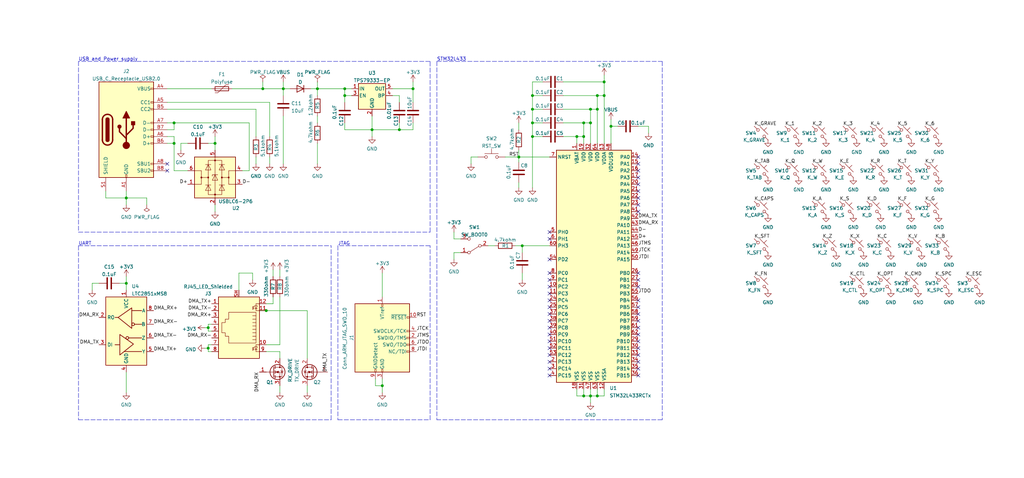
<source format=kicad_sch>
(kicad_sch (version 20211123) (generator eeschema)
  (paper "User" 381 177.8)
  (title_block (title "DWKB left schematic") (date "2021-12-13") (company "Masaki Nakano"))
  (junction (at 222.25 40.64))
  (junction (at 217.17 45.72))
  (junction (at 153.67 33.02))
  (junction (at 224.79 30.48))
  (junction (at 198.12 35.56))
  (junction (at 46.99 73.66))
  (junction (at 217.17 147.32))
  (junction (at 148.59 48.26))
  (junction (at 219.71 45.72))
  (junction (at 97.79 33.02))
  (junction (at 222.25 147.32))
  (junction (at 227.33 46.99))
  (junction (at 77.47 121.92))
  (junction (at 214.63 50.8))
  (junction (at 217.17 50.8))
  (junction (at 219.71 40.64))
  (junction (at 224.79 35.56))
  (junction (at 142.24 143.51))
  (junction (at 198.12 45.72))
  (junction (at 198.12 40.64))
  (junction (at 99.06 115.57))
  (junction (at 138.43 48.26))
  (junction (at 128.27 33.02))
  (junction (at 64.77 45.72))
  (junction (at 64.77 53.34))
  (junction (at 105.41 33.02))
  (junction (at 194.31 91.44))
  (junction (at 118.11 33.02))
  (junction (at 222.25 35.56))
  (junction (at 193.04 58.42))
  (junction (at 77.47 129.54))
  (junction (at 80.01 53.34))
  (junction (at 128.27 35.56))
  (junction (at 198.12 50.8))
  (junction (at 219.71 147.32))
  (junction (at 46.99 105.41))
  (no_connect (at 237.49 134.62))
  (no_connect (at 204.47 109.22))
  (no_connect (at 237.49 104.14))
  (no_connect (at 237.49 60.96))
  (no_connect (at 204.47 106.68))
  (no_connect (at 204.47 96.52))
  (no_connect (at 237.49 121.92))
  (no_connect (at 204.47 139.7))
  (no_connect (at 204.47 137.16))
  (no_connect (at 204.47 134.62))
  (no_connect (at 204.47 132.08))
  (no_connect (at 204.47 121.92))
  (no_connect (at 204.47 129.54))
  (no_connect (at 204.47 124.46))
  (no_connect (at 204.47 119.38))
  (no_connect (at 204.47 127))
  (no_connect (at 237.49 66.04))
  (no_connect (at 237.49 114.3))
  (no_connect (at 204.47 101.6))
  (no_connect (at 237.49 58.42))
  (no_connect (at 204.47 86.36))
  (no_connect (at 237.49 129.54))
  (no_connect (at 204.47 88.9))
  (no_connect (at 237.49 116.84))
  (no_connect (at 204.47 104.14))
  (no_connect (at 237.49 106.68))
  (no_connect (at 62.23 63.5))
  (no_connect (at 237.49 119.38))
  (no_connect (at 237.49 63.5))
  (no_connect (at 204.47 114.3))
  (no_connect (at 237.49 139.7))
  (no_connect (at 237.49 127))
  (no_connect (at 204.47 116.84))
  (no_connect (at 204.47 111.76))
  (no_connect (at 237.49 78.74))
  (no_connect (at 237.49 76.2))
  (no_connect (at 237.49 124.46))
  (no_connect (at 237.49 68.58))
  (no_connect (at 62.23 60.96))
  (no_connect (at 237.49 137.16))
  (no_connect (at 237.49 73.66))
  (no_connect (at 237.49 132.08))
  (no_connect (at 237.49 71.12))
  (no_connect (at 237.49 111.76))
  (no_connect (at 237.49 101.6))
  (polyline (pts (xy 29.21 156.21) (xy 123.19 156.21)))
  (wire (pts (xy 148.59 35.56) (xy 146.05 35.56)))
  (wire (pts (xy 153.67 38.1) (xy 153.67 33.02)))
  (wire (pts (xy 77.47 130.81) (xy 78.74 130.81)))
  (wire (pts (xy 175.26 58.42) (xy 177.8 58.42)))
  (wire (pts (xy 118.11 43.18) (xy 118.11 45.72)))
  (polyline (pts (xy 160.02 22.86) (xy 29.21 22.86)))
  (wire (pts (xy 77.47 120.65) (xy 78.74 120.65)))
  (wire (pts (xy 138.43 43.18) (xy 138.43 48.26)))
  (wire (pts (xy 193.04 58.42) (xy 193.04 60.325)))
  (wire (pts (xy 219.71 147.32) (xy 217.17 147.32)))
  (wire (pts (xy 46.99 73.66) (xy 46.99 76.2)))
  (polyline (pts (xy 160.02 91.44) (xy 125.73 91.44)))
  (wire (pts (xy 175.26 60.96) (xy 175.26 58.42)))
  (wire (pts (xy 97.79 30.48) (xy 97.79 33.02)))
  (wire (pts (xy 222.25 35.56) (xy 222.25 40.64)))
  (wire (pts (xy 201.93 40.64) (xy 198.12 40.64)))
  (wire (pts (xy 118.11 30.48) (xy 118.11 33.02)))
  (wire (pts (xy 77.47 129.54) (xy 77.47 128.27)))
  (wire (pts (xy 198.12 50.8) (xy 198.12 69.85)))
  (polyline (pts (xy 123.19 156.21) (xy 123.19 91.44)))
  (wire (pts (xy 44.45 105.41) (xy 46.99 105.41)))
  (wire (pts (xy 187.96 58.42) (xy 193.04 58.42)))
  (wire (pts (xy 100.33 38.1) (xy 62.23 38.1)))
  (wire (pts (xy 224.79 53.34) (xy 224.79 35.56)))
  (wire (pts (xy 139.7 143.51) (xy 142.24 143.51)))
  (wire (pts (xy 128.27 35.56) (xy 130.81 35.56)))
  (wire (pts (xy 64.77 45.72) (xy 64.77 48.26)))
  (wire (pts (xy 76.2 121.92) (xy 77.47 121.92)))
  (wire (pts (xy 67.31 55.88) (xy 67.31 53.34)))
  (wire (pts (xy 100.33 50.8) (xy 100.33 38.1)))
  (wire (pts (xy 138.43 48.26) (xy 128.27 48.26)))
  (wire (pts (xy 34.29 107.95) (xy 34.29 105.41)))
  (wire (pts (xy 99.06 115.57) (xy 96.52 115.57)))
  (wire (pts (xy 201.93 50.8) (xy 198.12 50.8)))
  (wire (pts (xy 76.2 129.54) (xy 77.47 129.54)))
  (wire (pts (xy 198.12 35.56) (xy 198.12 40.64)))
  (wire (pts (xy 118.11 35.56) (xy 118.11 33.02)))
  (wire (pts (xy 99.06 128.27) (xy 104.14 128.27)))
  (wire (pts (xy 168.91 88.9) (xy 171.45 88.9)))
  (wire (pts (xy 214.63 50.8) (xy 209.55 50.8)))
  (wire (pts (xy 62.23 33.02) (xy 78.74 33.02)))
  (polyline (pts (xy 160.02 156.21) (xy 160.02 91.44)))
  (wire (pts (xy 95.25 58.42) (xy 95.25 60.96)))
  (wire (pts (xy 54.61 76.2) (xy 54.61 73.66)))
  (wire (pts (xy 100.33 58.42) (xy 100.33 60.96)))
  (polyline (pts (xy 246.38 22.86) (xy 246.38 156.21)))
  (wire (pts (xy 153.67 48.26) (xy 153.67 45.72)))
  (wire (pts (xy 222.25 144.78) (xy 222.25 147.32)))
  (wire (pts (xy 77.47 53.34) (xy 80.01 53.34)))
  (wire (pts (xy 217.17 50.8) (xy 217.17 53.34)))
  (wire (pts (xy 148.59 48.26) (xy 153.67 48.26)))
  (wire (pts (xy 142.24 140.97) (xy 142.24 143.51)))
  (wire (pts (xy 115.57 33.02) (xy 118.11 33.02)))
  (wire (pts (xy 214.63 147.32) (xy 217.17 147.32)))
  (wire (pts (xy 105.41 30.48) (xy 105.41 33.02)))
  (wire (pts (xy 92.71 45.72) (xy 92.71 63.5)))
  (wire (pts (xy 201.93 35.56) (xy 198.12 35.56)))
  (wire (pts (xy 148.59 45.72) (xy 148.59 48.26)))
  (wire (pts (xy 86.36 33.02) (xy 97.79 33.02)))
  (wire (pts (xy 118.11 53.34) (xy 118.11 60.96)))
  (wire (pts (xy 54.61 73.66) (xy 46.99 73.66)))
  (wire (pts (xy 46.99 73.66) (xy 39.37 73.66)))
  (wire (pts (xy 168.91 86.36) (xy 168.91 88.9)))
  (wire (pts (xy 93.98 101.6) (xy 88.9 101.6)))
  (wire (pts (xy 224.79 147.32) (xy 224.79 144.78)))
  (wire (pts (xy 171.45 93.98) (xy 168.91 93.98)))
  (wire (pts (xy 77.47 123.19) (xy 78.74 123.19)))
  (wire (pts (xy 99.06 130.81) (xy 104.14 130.81)))
  (wire (pts (xy 222.25 147.32) (xy 224.79 147.32)))
  (wire (pts (xy 217.17 50.8) (xy 214.63 50.8)))
  (wire (pts (xy 64.77 53.34) (xy 64.77 63.5)))
  (wire (pts (xy 101.6 113.03) (xy 99.06 113.03)))
  (wire (pts (xy 194.31 101.6) (xy 194.31 104.14)))
  (wire (pts (xy 241.3 49.53) (xy 241.3 46.99)))
  (wire (pts (xy 62.23 45.72) (xy 64.77 45.72)))
  (wire (pts (xy 198.12 45.72) (xy 198.12 50.8)))
  (wire (pts (xy 219.71 53.34) (xy 219.71 45.72)))
  (wire (pts (xy 67.31 53.34) (xy 69.85 53.34)))
  (wire (pts (xy 227.33 53.34) (xy 227.33 46.99)))
  (wire (pts (xy 224.79 30.48) (xy 209.55 30.48)))
  (wire (pts (xy 209.55 45.72) (xy 217.17 45.72)))
  (wire (pts (xy 219.71 40.64) (xy 209.55 40.64)))
  (wire (pts (xy 101.6 100.33) (xy 101.6 102.87)))
  (wire (pts (xy 46.99 102.87) (xy 46.99 105.41)))
  (wire (pts (xy 128.27 38.1) (xy 128.27 35.56)))
  (wire (pts (xy 130.81 33.02) (xy 128.27 33.02)))
  (wire (pts (xy 209.55 35.56) (xy 222.25 35.56)))
  (wire (pts (xy 77.47 121.92) (xy 77.47 120.65)))
  (wire (pts (xy 64.77 50.8) (xy 62.23 50.8)))
  (wire (pts (xy 77.47 121.92) (xy 77.47 123.19)))
  (wire (pts (xy 224.79 35.56) (xy 224.79 30.48)))
  (wire (pts (xy 198.12 40.64) (xy 198.12 45.72)))
  (polyline (pts (xy 162.56 22.86) (xy 246.38 22.86)))
  (wire (pts (xy 219.71 45.72) (xy 217.17 45.72)))
  (wire (pts (xy 114.3 143.51) (xy 114.3 146.05)))
  (wire (pts (xy 214.63 50.8) (xy 214.63 53.34)))
  (wire (pts (xy 139.7 140.97) (xy 139.7 143.51)))
  (wire (pts (xy 62.23 48.26) (xy 64.77 48.26)))
  (wire (pts (xy 193.04 67.945) (xy 193.04 69.85)))
  (wire (pts (xy 198.12 30.48) (xy 198.12 35.56)))
  (wire (pts (xy 227.33 46.99) (xy 229.87 46.99)))
  (wire (pts (xy 114.3 115.57) (xy 99.06 115.57)))
  (wire (pts (xy 46.99 105.41) (xy 46.99 107.95)))
  (wire (pts (xy 193.04 55.88) (xy 193.04 58.42)))
  (wire (pts (xy 105.41 43.18) (xy 105.41 60.96)))
  (wire (pts (xy 39.37 73.66) (xy 39.37 71.12)))
  (wire (pts (xy 222.25 40.64) (xy 219.71 40.64)))
  (wire (pts (xy 80.01 53.34) (xy 80.01 50.8)))
  (wire (pts (xy 153.67 33.02) (xy 146.05 33.02)))
  (wire (pts (xy 219.71 147.32) (xy 219.71 149.86)))
  (wire (pts (xy 219.71 45.72) (xy 219.71 40.64)))
  (wire (pts (xy 194.31 91.44) (xy 204.47 91.44)))
  (polyline (pts (xy 29.21 86.36) (xy 160.02 86.36)))
  (wire (pts (xy 142.24 143.51) (xy 142.24 146.05)))
  (wire (pts (xy 217.17 45.72) (xy 217.17 50.8)))
  (wire (pts (xy 64.77 50.8) (xy 64.77 53.34)))
  (wire (pts (xy 64.77 45.72) (xy 92.71 45.72)))
  (polyline (pts (xy 246.38 156.21) (xy 162.56 156.21)))
  (wire (pts (xy 168.91 93.98) (xy 168.91 96.52)))
  (wire (pts (xy 128.27 33.02) (xy 128.27 35.56)))
  (wire (pts (xy 214.63 144.78) (xy 214.63 147.32)))
  (wire (pts (xy 193.04 45.72) (xy 193.04 48.26)))
  (wire (pts (xy 77.47 128.27) (xy 78.74 128.27)))
  (wire (pts (xy 224.79 35.56) (xy 222.25 35.56)))
  (wire (pts (xy 128.27 48.26) (xy 128.27 45.72)))
  (polyline (pts (xy 29.21 91.44) (xy 123.19 91.44)))
  (wire (pts (xy 46.99 138.43) (xy 46.99 146.05)))
  (wire (pts (xy 105.41 33.02) (xy 105.41 35.56)))
  (wire (pts (xy 138.43 50.8) (xy 138.43 48.26)))
  (wire (pts (xy 62.23 40.64) (xy 95.25 40.64)))
  (wire (pts (xy 219.71 144.78) (xy 219.71 147.32)))
  (wire (pts (xy 148.59 38.1) (xy 148.59 35.56)))
  (wire (pts (xy 153.67 30.48) (xy 153.67 33.02)))
  (wire (pts (xy 88.9 101.6) (xy 88.9 107.95)))
  (polyline (pts (xy 125.73 91.44) (xy 125.73 156.21)))
  (wire (pts (xy 227.33 44.45) (xy 227.33 46.99)))
  (wire (pts (xy 222.25 40.64) (xy 222.25 53.34)))
  (wire (pts (xy 104.14 110.49) (xy 104.14 128.27)))
  (wire (pts (xy 46.99 71.12) (xy 46.99 73.66)))
  (wire (pts (xy 201.93 30.48) (xy 198.12 30.48)))
  (wire (pts (xy 105.41 33.02) (xy 107.95 33.02)))
  (wire (pts (xy 201.93 45.72) (xy 198.12 45.72)))
  (wire (pts (xy 193.04 58.42) (xy 204.47 58.42)))
  (wire (pts (xy 104.14 133.35) (xy 104.14 130.81)))
  (wire (pts (xy 217.17 147.32) (xy 217.17 144.78)))
  (polyline (pts (xy 160.02 86.36) (xy 160.02 22.86)))
  (wire (pts (xy 142.24 101.6) (xy 142.24 110.49)))
  (wire (pts (xy 80.01 53.34) (xy 80.01 55.88)))
  (wire (pts (xy 97.79 33.02) (xy 105.41 33.02)))
  (wire (pts (xy 104.14 100.33) (xy 104.14 102.87)))
  (wire (pts (xy 114.3 133.35) (xy 114.3 115.57)))
  (wire (pts (xy 191.77 91.44) (xy 194.31 91.44)))
  (polyline (pts (xy 29.21 29.21) (xy 29.21 86.36)))
  (wire (pts (xy 95.25 40.64) (xy 95.25 50.8)))
  (wire (pts (xy 77.47 129.54) (xy 77.47 130.81)))
  (wire (pts (xy 93.98 104.14) (xy 93.98 101.6)))
  (wire (pts (xy 241.3 46.99) (xy 237.49 46.99)))
  (wire (pts (xy 104.14 143.51) (xy 104.14 146.05)))
  (wire (pts (xy 138.43 48.26) (xy 148.59 48.26)))
  (polyline (pts (xy 29.21 91.44) (xy 29.21 156.21)))
  (polyline (pts (xy 125.73 156.21) (xy 160.02 156.21)))
  (wire (pts (xy 62.23 53.34) (xy 64.77 53.34)))
  (wire (pts (xy 194.31 91.44) (xy 194.31 93.98)))
  (wire (pts (xy 80.01 76.2) (xy 80.01 78.74)))
  (polyline (pts (xy 162.56 22.86) (xy 162.56 156.21)))
  (wire (pts (xy 181.61 91.44) (xy 184.15 91.44)))
  (wire (pts (xy 222.25 147.32) (xy 219.71 147.32)))
  (wire (pts (xy 101.6 110.49) (xy 101.6 113.03)))
  (wire (pts (xy 92.71 63.5) (xy 90.17 63.5)))
  (polyline (pts (xy 29.21 22.86) (xy 29.21 29.21)))
  (wire (pts (xy 224.79 27.94) (xy 224.79 30.48)))
  (wire (pts (xy 34.29 105.41) (xy 36.83 105.41)))
  (wire (pts (xy 118.11 33.02) (xy 128.27 33.02)))
  (wire (pts (xy 69.85 63.5) (xy 64.77 63.5)))
  (text "STM32L433" (at 162.56 22.86 0) (effects (font (size 1.27 1.27)) (justify left bottom)))
  (text "USB and Power supply" (at 29.21 22.86 0) (effects (font (size 1.27 1.27)) (justify left bottom)))
  (text "UART" (at 29.21 91.44 0) (effects (font (size 1.27 1.27)) (justify left bottom)))
  (text "JTAG" (at 125.73 91.44 0) (effects (font (size 1.27 1.27)) (justify left bottom)))
  (label "JTCK" (at 154.94 123.19 0))
  (label "DMA_TX" (at 121.92 138.43 90))
  (label "DMA_TX" (at 36.83 128.27 180))
  (label "K_E" (at 312.42 60.96 0))
  (label "K_C" (at 326.39 88.9 0))
  (label "K_F" (at 334.01 74.93 0))
  (label "DMA_RX" (at 237.49 83.82 0))
  (label "K_T" (at 334.01 60.96 0))
  (label "JTMS" (at 237.49 91.44 0))
  (label "RST" (at 154.94 118.11 0))
  (label "JTCK" (at 237.49 93.98 0))
  (label "K_TAB" (at 280.67 60.96 0))
  (label "K_X" (at 316.23 88.9 0))
  (label "D+" (at 69.85 68.58 180))
  (label "DMA_TX-" (at 78.74 115.57 180))
  (label "K_FN" (at 280.67 102.87 0))
  (label "K_SPC" (at 347.98 102.87 0))
  (label "K_ESC" (at 359.41 102.87 0))
  (label "DMA_RX-" (at 57.15 120.65 0))
  (label "D-" (at 237.49 86.36 0))
  (label "K_6" (at 344.17 46.99 0))
  (label "K_SFT" (at 280.67 88.9 0))
  (label "K_2" (at 302.26 46.99 0))
  (label "D+" (at 237.49 88.9 0))
  (label "DMA_RX+" (at 57.15 115.57 0))
  (label "K_4" (at 323.85 46.99 0))
  (label "K_A" (at 302.26 74.93 0))
  (label "K_Y" (at 344.17 60.96 0))
  (label "K_Z" (at 306.07 88.9 0))
  (label "K_1" (at 292.1 46.99 0))
  (label "D-" (at 90.17 68.58 0))
  (label "K_CMD" (at 336.55 102.87 0))
  (label "JTMS" (at 154.94 125.73 0))
  (label "RST" (at 193.04 58.42 180))
  (label "K_3" (at 313.69 46.99 0))
  (label "K_D" (at 322.58 74.93 0))
  (label "DMA_TX+" (at 57.15 130.81 0))
  (label "JTDI" (at 237.49 96.52 0))
  (label "K_S" (at 312.42 74.93 0))
  (label "DMA_TX" (at 237.49 81.28 0))
  (label "K_CAPS" (at 280.67 74.93 0))
  (label "K_V" (at 337.82 88.9 0))
  (label "JTDO" (at 237.49 109.22 0))
  (label "DMA_RX-" (at 78.74 125.73 180))
  (label "JTDI" (at 154.94 130.81 0))
  (label "DMA_RX" (at 96.52 138.43 270))
  (label "K_5" (at 334.01 46.99 0))
  (label "K_B" (at 347.98 88.9 0))
  (label "K_OPT" (at 326.39 102.87 0))
  (label "K_R" (at 323.85 60.96 0))
  (label "K_G" (at 344.17 74.93 0))
  (label "K_CTL" (at 316.23 102.87 0))
  (label "JTDO" (at 154.94 128.27 0))
  (label "K_Q" (at 292.1 60.96 0))
  (label "K_GRAVE" (at 280.67 46.99 0))
  (label "DMA_TX-" (at 57.15 125.73 0))
  (label "K_W" (at 302.26 60.96 0))
  (label "DMA_TX+" (at 78.74 113.03 180))
  (label "DMA_RX+" (at 78.74 118.11 180))
  (label "DMA_RX" (at 36.83 118.11 180))
  (symbol (lib_id "Device:R") (at 95.25 54.61 0) (unit 1)
    (property "Reference" "R3" (at 95.25 56.134 90) (effects (justify left)))
    (property "Value" "5.1kohm" (at 97.79 58.42 90) (effects (justify left)))
    (property "Footprint" "Resistor_SMD:R_0603_1608Metric_Pad0.98x0.95mm_HandSolder" (effects hide))
  )
  (symbol (lib_id "power:GND") (at 318.77 52.07 0) (unit 1)
    (property "Reference" "#PWR0131" (effects hide))
    (property "Value" "GND" (at 318.77 56.6325 0))
  )
  (symbol (lib_id "Device:Q_NMOS_GDS") (at 116.84 138.43 0) (mirror y) (unit 1)
    (property "Reference" "Q2" (at 119.38 142.24 0) (effects (justify left)))
    (property "Value" "TX_DRIVE" (at 110.49 142.24 90) (effects (justify left)))
    (property "Footprint" "Package_TO_SOT_SMD:SOT-23" (effects hide))
  )
  (symbol (lib_id "Switch:SW_SPDT") (at 176.53 91.44 180) (unit 1)
    (property "Reference" "SW1" (at 176.53 84.5525 0))
    (property "Value" "SW_BOOT0" (at 176.53 87.3276 0))
    (property "Footprint" "Button_Switch_SMD:SW_SPDT_PCM12" (effects hide))
  )
  (symbol (lib_id "power:GND") (at 285.75 66.04 0) (unit 1)
    (property "Reference" "#PWR0122" (effects hide))
    (property "Value" "GND" (at 285.75 70.6025 0))
  )
  (symbol (lib_id "Regulator_Linear:TPS79333-EP") (at 138.43 35.56 0) (unit 1)
    (property "Reference" "U3" (at 138.43 27.1485 0))
    (property "Value" "TPS79333-EP" (at 138.43 29.9236 0))
    (property "Footprint" "Package_TO_SOT_SMD:SOT-23-5" (effects hide))
    (property "Datasheet" "http://www.ti.com/lit/ds/symlink/tps79333-ep.pdf" (effects hide))
  )
  (symbol (lib_id "power:+3V3") (at 153.67 30.48 0) (unit 1)
    (property "Reference" "#PWR0109" (effects hide))
    (property "Value" "+3V3" (at 153.67 26.8755 0))
  )
  (symbol (lib_id "Device:R") (at 101.6 106.68 0) (unit 1)
    (property "Reference" "R7" (at 101.6 107.95 90) (effects (justify left)))
    (property "Value" "330ohm" (at 99.06 110.49 90) (effects (justify left)))
    (property "Footprint" "Resistor_SMD:R_0603_1608Metric_Pad0.98x0.95mm_HandSolder" (effects hide))
  )
  (symbol (lib_id "power:GND") (at 193.04 69.85 0) (unit 1)
    (property "Reference" "#PWR06" (effects hide))
    (property "Value" "GND" (at 193.04 74.4125 0))
  )
  (symbol (lib_id "Device:C") (at 105.41 39.37 0) (unit 1)
    (property "Reference" "C11" (at 108.331 38.4615 0) (effects (justify left)))
    (property "Value" "10uF" (at 108.331 41.2366 0) (effects (justify left)))
    (property "Footprint" "Capacitor_SMD:C_0603_1608Metric_Pad1.08x0.95mm_HandSolder" (effects hide))
  )
  (symbol (lib_id "power:GND") (at 349.25 80.01 0) (unit 1)
    (property "Reference" "#PWR0137" (effects hide))
    (property "Value" "GND" (at 349.25 84.5725 0))
  )
  (symbol (lib_id "Device:C") (at 193.04 64.135 0) (unit 1)
    (property "Reference" "C8" (at 193.675 61.595 0) (effects (justify left)))
    (property "Value" "0.1uF" (at 189.23 66.675 90) (effects (justify left)))
    (property "Footprint" "Capacitor_SMD:C_0603_1608Metric_Pad1.08x0.95mm_HandSolder" (effects hide))
  )
  (symbol (lib_id "MCU_ST_STM32L4:STM32L433RCTx") (at 222.25 99.06 0) (unit 1)
    (property "Reference" "U1" (at 226.8094 144.3895 0) (effects (justify left)))
    (property "Value" "STM32L433RCTx" (at 226.8094 147.1646 0) (effects (justify left)))
    (property "Footprint" "Package_QFP:LQFP-64_10x10mm_P0.5mm" (effects hide))
    (property "Datasheet" "http://www.st.com/st-web-ui/static/active/en/resource/technical/document/datasheet/DM00257192.pdf" (effects hide))
  )
  (symbol (lib_id "Device:C") (at 73.66 53.34 90) (unit 1)
    (property "Reference" "C10" (at 73.66 47.2145 90))
    (property "Value" "0.1uF" (at 73.66 49.9896 90))
    (property "Footprint" "Capacitor_SMD:C_0603_1608Metric_Pad1.08x0.95mm_HandSolder" (effects hide))
  )
  (symbol (lib_id "Switch:SW_Push_45deg") (at 325.12 77.47 0) (unit 1)
    (property "Reference" "SW20" (at 321.31 77.47 0))
    (property "Value" "K_D" (at 322.58 80.01 0))
    (property "Footprint" "dwkb:Kailh_Choc_V2_1.00u_PCB" (effects hide))
  )
  (symbol (lib_id "power:GND") (at 364.49 107.95 0) (unit 1)
    (property "Reference" "#PWR0126" (effects hide))
    (property "Value" "GND" (at 364.49 112.5125 0))
  )
  (symbol (lib_id "power:PWR_FLAG") (at 97.79 30.48 0) (unit 1)
    (property "Reference" "#FLG0101" (effects hide))
    (property "Value" "PWR_FLAG" (at 97.79 26.8755 0))
  )
  (symbol (lib_id "Switch:SW_Push_45deg") (at 328.93 105.41 0) (unit 1)
    (property "Reference" "SW24" (at 325.12 105.41 0))
    (property "Value" "K_OPT" (at 326.39 107.95 0))
    (property "Footprint" "dwkb:Kailh_Choc_V2_1.25u_PCB" (effects hide))
  )
  (symbol (lib_id "power:GND") (at 311.15 93.98 0) (unit 1)
    (property "Reference" "#PWR0144" (effects hide))
    (property "Value" "GND" (at 311.15 98.5425 0))
  )
  (symbol (lib_id "Device:C") (at 233.68 46.99 90) (unit 1)
    (property "Reference" "C6" (at 231.14 45.72 90))
    (property "Value" "0.1uF" (at 237.49 45.72 90))
    (property "Footprint" "Capacitor_SMD:C_0603_1608Metric_Pad1.08x0.95mm_HandSolder" (effects hide))
  )
  (symbol (lib_id "Device:R") (at 104.14 106.68 0) (unit 1)
    (property "Reference" "R8" (at 104.14 107.95 90) (effects (justify left)))
    (property "Value" "330ohm" (at 106.68 110.49 90) (effects (justify left)))
    (property "Footprint" "Resistor_SMD:R_0603_1608Metric_Pad0.98x0.95mm_HandSolder" (effects hide))
  )
  (symbol (lib_id "power:GND") (at 138.43 50.8 0) (unit 1)
    (property "Reference" "#PWR0108" (effects hide))
    (property "Value" "GND" (at 138.43 55.3625 0))
  )
  (symbol (lib_id "power:GND") (at 341.63 107.95 0) (unit 1)
    (property "Reference" "#PWR0134" (effects hide))
    (property "Value" "GND" (at 341.63 112.5125 0))
  )
  (symbol (lib_id "Switch:SW_Push_45deg") (at 350.52 91.44 0) (unit 1)
    (property "Reference" "SW33" (at 346.71 91.44 0))
    (property "Value" "K_B" (at 347.98 93.98 0))
    (property "Footprint" "dwkb:Kailh_Choc_V2_1.00u_PCB" (effects hide))
  )
  (symbol (lib_id "Switch:SW_Push_45deg") (at 336.55 49.53 0) (unit 1)
    (property "Reference" "SW25" (at 332.74 49.53 0))
    (property "Value" "K_5" (at 334.01 52.07 0))
    (property "Footprint" "dwkb:Kailh_Choc_V2_1.00u_PCB" (effects hide))
  )
  (symbol (lib_id "power:GND") (at 331.47 107.95 0) (unit 1)
    (property "Reference" "#PWR0149" (effects hide))
    (property "Value" "GND" (at 331.47 112.5125 0))
  )
  (symbol (lib_id "power:GND") (at 328.93 66.04 0) (unit 1)
    (property "Reference" "#PWR0129" (effects hide))
    (property "Value" "GND" (at 328.93 70.6025 0))
  )
  (symbol (lib_id "power:GND") (at 327.66 80.01 0) (unit 1)
    (property "Reference" "#PWR0147" (effects hide))
    (property "Value" "GND" (at 327.66 84.5725 0))
  )
  (symbol (lib_id "power:+3V3") (at 224.79 27.94 0) (mirror y) (unit 1)
    (property "Reference" "#PWR0103" (effects hide))
    (property "Value" "+3V3" (at 224.79 24.3355 0))
  )
  (symbol (lib_id "power:GND") (at 67.31 55.88 0) (unit 1)
    (property "Reference" "#PWR0111" (effects hide))
    (property "Value" "GND" (at 67.31 60.4425 0))
  )
  (symbol (lib_id "Device:C") (at 153.67 41.91 0) (unit 1)
    (property "Reference" "C14" (at 152.4 46.99 90) (effects (justify left)))
    (property "Value" "10uF" (at 152.4 40.64 90) (effects (justify left)))
    (property "Footprint" "Capacitor_SMD:C_1206_3216Metric_Pad1.33x1.80mm_HandSolder" (effects hide))
  )
  (symbol (lib_id "Switch:SW_Push_45deg") (at 308.61 91.44 0) (unit 1)
    (property "Reference" "SW14" (at 304.8 91.44 0))
    (property "Value" "K_Z" (at 306.07 93.98 0))
    (property "Footprint" "dwkb:Kailh_Choc_V2_1.00u_PCB" (effects hide))
  )
  (symbol (lib_id "Power_Protection:USBLC6-2P6") (at 80.01 66.04 0) (unit 1)
    (property "Reference" "U2" (at 86.36 77.47 0) (effects (justify left)))
    (property "Value" "USBLC6-2P6" (at 81.28 74.93 0) (effects (justify left)))
    (property "Footprint" "Package_TO_SOT_SMD:SOT-666" (effects hide))
    (property "Datasheet" "https://www.st.com/resource/en/datasheet/usblc6-2.pdf" (effects hide))
  )
  (symbol (lib_id "power:GND") (at 80.01 78.74 0) (unit 1)
    (property "Reference" "#PWR0112" (effects hide))
    (property "Value" "GND" (at 80.01 83.3025 0))
  )
  (symbol (lib_id "power:GND") (at 175.26 60.96 0) (unit 1)
    (property "Reference" "#PWR03" (effects hide))
    (property "Value" "GND" (at 175.26 65.5225 0))
  )
  (symbol (lib_id "power:+3V3") (at 193.04 45.72 0) (unit 1)
    (property "Reference" "#PWR05" (effects hide))
    (property "Value" "+3V3" (at 193.04 42.1155 0))
  )
  (symbol (lib_id "Device:R") (at 118.11 49.53 0) (unit 1)
    (property "Reference" "R6" (at 118.11 50.8 90) (effects (justify left)))
    (property "Value" "4.7kohm" (at 115.57 53.34 90) (effects (justify left)))
    (property "Footprint" "Resistor_SMD:R_0603_1608Metric_Pad0.98x0.95mm_HandSolder" (effects hide))
  )
  (symbol (lib_id "power:GND") (at 100.33 60.96 0) (unit 1)
    (property "Reference" "#PWR0118" (effects hide))
    (property "Value" "GND" (at 100.33 65.5225 0))
  )
  (symbol (lib_id "power:GND") (at 241.3 49.53 0) (unit 1)
    (property "Reference" "#PWR0101" (effects hide))
    (property "Value" "GND" (at 241.3 54.0925 0))
  )
  (symbol (lib_id "power:GND") (at 46.99 76.2 0) (unit 1)
    (property "Reference" "#PWR0110" (effects hide))
    (property "Value" "GND" (at 46.99 80.7625 0))
  )
  (symbol (lib_id "Switch:SW_Push_45deg") (at 316.23 49.53 0) (unit 1)
    (property "Reference" "SW17" (at 312.42 49.53 0))
    (property "Value" "K_3" (at 313.69 52.07 0))
    (property "Footprint" "dwkb:Kailh_Choc_V2_1.00u_PCB" (effects hide))
  )
  (symbol (lib_id "Device:R") (at 118.11 39.37 0) (unit 1)
    (property "Reference" "R5" (at 118.11 40.64 90) (effects (justify left)))
    (property "Value" "1.2kohm" (at 115.57 43.18 90) (effects (justify left)))
    (property "Footprint" "Resistor_SMD:R_0603_1608Metric_Pad0.98x0.95mm_HandSolder" (effects hide))
  )
  (symbol (lib_id "power:GND") (at 307.34 66.04 0) (unit 1)
    (property "Reference" "#PWR0125" (effects hide))
    (property "Value" "GND" (at 307.34 70.6025 0))
  )
  (symbol (lib_id "power:GND") (at 317.5 80.01 0) (unit 1)
    (property "Reference" "#PWR0148" (effects hide))
    (property "Value" "GND" (at 317.5 84.5725 0))
  )
  (symbol (lib_id "power:GND") (at 339.09 52.07 0) (unit 1)
    (property "Reference" "#PWR0128" (effects hide))
    (property "Value" "GND" (at 339.09 56.6325 0))
  )
  (symbol (lib_id "power:GND") (at 331.47 93.98 0) (unit 1)
    (property "Reference" "#PWR0146" (effects hide))
    (property "Value" "GND" (at 331.47 98.5425 0))
  )
  (symbol (lib_id "Connector:USB_C_Receptacle_USB2.0") (at 46.99 48.26 0) (unit 1)
    (property "Reference" "J2" (at 46.99 26.5135 0))
    (property "Value" "USB_C_Receptacle_USB2.0" (at 46.99 29.2886 0))
    (property "Footprint" "Connector_USB:USB_C_Receptacle_Palconn_UTC16-G" (effects hide))
    (property "Datasheet" "https://www.usb.org/sites/default/files/documents/usb_type-c.zip" (effects hide))
  )
  (symbol (lib_id "power:GND") (at 297.18 52.07 0) (unit 1)
    (property "Reference" "#PWR0121" (effects hide))
    (property "Value" "GND" (at 297.18 56.6325 0))
  )
  (symbol (lib_id "Switch:SW_Push_45deg") (at 283.21 63.5 0) (unit 1)
    (property "Reference" "SW5" (at 279.4 63.5 0))
    (property "Value" "K_TAB" (at 280.67 66.04 0))
    (property "Footprint" "dwkb:Kailh_Choc_V2_1.50u_PCB" (effects hide))
  )
  (symbol (lib_id "power:GND") (at 285.75 80.01 0) (unit 1)
    (property "Reference" "#PWR0142" (effects hide))
    (property "Value" "GND" (at 285.75 84.5725 0))
  )
  (symbol (lib_id "Device:C") (at 194.31 97.79 0) (unit 1)
    (property "Reference" "C7" (at 192.786 96.393 90) (effects (justify left)))
    (property "Value" "0.1uF" (at 190.5 100.33 90) (effects (justify left)))
    (property "Footprint" "Capacitor_SMD:C_0603_1608Metric_Pad1.08x0.95mm_HandSolder" (effects hide))
  )
  (symbol (lib_id "power:+3V3") (at 80.01 50.8 0) (unit 1)
    (property "Reference" "#PWR0116" (effects hide))
    (property "Value" "+3V3" (at 80.01 47.1955 0))
  )
  (symbol (lib_id "power:VBUS") (at 227.33 44.45 0) (unit 1)
    (property "Reference" "#PWR0107" (effects hide))
    (property "Value" "VBUS" (at 227.33 40.8455 0))
  )
  (symbol (lib_id "power:GND") (at 307.34 80.01 0) (unit 1)
    (property "Reference" "#PWR0151" (effects hide))
    (property "Value" "GND" (at 307.34 84.5725 0))
  )
  (symbol (lib_id "power:GND") (at 168.91 96.52 0) (unit 1)
    (property "Reference" "#PWR02" (effects hide))
    (property "Value" "GND" (at 168.91 101.0825 0))
  )
  (symbol (lib_id "Switch:SW_Push_45deg") (at 336.55 63.5 0) (unit 1)
    (property "Reference" "SW26" (at 332.74 63.5 0))
    (property "Value" "K_T" (at 334.01 66.04 0))
    (property "Footprint" "dwkb:Kailh_Choc_V2_1.00u_PCB" (effects hide))
  )
  (symbol (lib_id "Switch:SW_Push_45deg") (at 326.39 63.5 0) (unit 1)
    (property "Reference" "SW22" (at 322.58 63.5 0))
    (property "Value" "K_R" (at 323.85 66.04 0))
    (property "Footprint" "dwkb:Kailh_Choc_V2_1.00u_PCB" (effects hide))
  )
  (symbol (lib_id "power:GND") (at 46.99 146.05 0) (unit 1)
    (property "Reference" "#PWR09" (effects hide))
    (property "Value" "GND" (at 46.99 150.6125 0))
  )
  (symbol (lib_id "power:GND") (at 353.06 93.98 0) (unit 1)
    (property "Reference" "#PWR0140" (effects hide))
    (property "Value" "GND" (at 353.06 98.5425 0))
  )
  (symbol (lib_id "power:VBUS") (at 105.41 30.48 0) (unit 1)
    (property "Reference" "#PWR0115" (effects hide))
    (property "Value" "VBUS" (at 105.41 26.8755 0))
  )
  (symbol (lib_id "power:+3V3") (at 76.2 121.92 90) (unit 1)
    (property "Reference" "#PWR010" (effects hide))
    (property "Value" "+3V3" (at 73.025 122.399 90) (effects (justify left)))
  )
  (symbol (lib_id "power:GND") (at 34.29 107.95 0) (unit 1)
    (property "Reference" "#PWR07" (effects hide))
    (property "Value" "GND" (at 34.29 112.5125 0))
  )
  (symbol (lib_id "Connector:RJ45_LED_Shielded") (at 88.9 120.65 180) (unit 1)
    (property "Reference" "J3" (at 77.47 109.22 0))
    (property "Value" "RJ45_LED_Shielded" (at 77.47 106.68 0))
    (property "Footprint" "Connector_RJ:RJ45_BEL_SS74301-00x_Vertical" (effects hide))
  )
  (symbol (lib_id "power:PWR_FLAG") (at 54.61 76.2 180) (unit 1)
    (property "Reference" "#FLG0102" (effects hide))
    (property "Value" "PWR_FLAG" (at 54.61 80.7625 0))
  )
  (symbol (lib_id "power:GND") (at 353.06 107.95 0) (unit 1)
    (property "Reference" "#PWR0133" (effects hide))
    (property "Value" "GND" (at 353.06 112.5125 0))
  )
  (symbol (lib_id "Switch:SW_Push_45deg") (at 350.52 105.41 0) (unit 1)
    (property "Reference" "SW34" (at 346.71 105.41 0))
    (property "Value" "K_SPC" (at 347.98 107.95 0))
    (property "Footprint" "dwkb:Kailh_Choc_V2_1.50u_PCB" (effects hide))
  )
  (symbol (lib_id "power:GND") (at 95.25 60.96 0) (unit 1)
    (property "Reference" "#PWR0117" (effects hide))
    (property "Value" "GND" (at 95.25 65.5225 0))
  )
  (symbol (lib_id "Device:C") (at 148.59 41.91 0) (unit 1)
    (property "Reference" "C13" (at 147.32 46.99 90) (effects (justify left)))
    (property "Value" "0.01uF" (at 144.78 44.45 90) (effects (justify left)))
    (property "Footprint" "Capacitor_SMD:C_0603_1608Metric_Pad1.08x0.95mm_HandSolder" (effects hide))
  )
  (symbol (lib_id "power:GND") (at 118.11 60.96 0) (unit 1)
    (property "Reference" "#PWR0114" (effects hide))
    (property "Value" "GND" (at 118.11 65.5225 0))
  )
  (symbol (lib_id "power:GND") (at 339.09 66.04 0) (unit 1)
    (property "Reference" "#PWR0136" (effects hide))
    (property "Value" "GND" (at 339.09 70.6025 0))
  )
  (symbol (lib_id "power:GND") (at 285.75 52.07 0) (unit 1)
    (property "Reference" "#PWR0120" (effects hide))
    (property "Value" "GND" (at 285.75 56.6325 0))
  )
  (symbol (lib_id "power:GND") (at 297.18 66.04 0) (unit 1)
    (property "Reference" "#PWR0124" (effects hide))
    (property "Value" "GND" (at 297.18 70.6025 0))
  )
  (symbol (lib_id "Switch:SW_Push_45deg") (at 340.36 91.44 0) (unit 1)
    (property "Reference" "SW29" (at 336.55 91.44 0))
    (property "Value" "K_V" (at 337.82 93.98 0))
    (property "Footprint" "dwkb:Kailh_Choc_V2_1.00u_PCB" (effects hide))
  )
  (symbol (lib_id "Device:C") (at 128.27 41.91 0) (unit 1)
    (property "Reference" "C12" (at 127 46.99 90) (effects (justify left)))
    (property "Value" "0.1uF" (at 124.46 44.45 90) (effects (justify left)))
    (property "Footprint" "Capacitor_SMD:C_0603_1608Metric_Pad1.08x0.95mm_HandSolder" (effects hide))
  )
  (symbol (lib_id "Switch:SW_Push_45deg") (at 361.95 105.41 0) (unit 1)
    (property "Reference" "SW3" (at 358.14 105.41 0))
    (property "Value" "K_ESC" (at 359.41 107.95 0))
    (property "Footprint" "dwkb:Kailh_Choc_V2_1.00u_PCB" (effects hide))
  )
  (symbol (lib_id "Device:C") (at 205.74 30.48 270) (mirror x) (unit 1)
    (property "Reference" "C1" (at 208.28 29.21 90))
    (property "Value" "0.1uF" (at 201.93 29.21 90))
    (property "Footprint" "Capacitor_SMD:C_0603_1608Metric_Pad1.08x0.95mm_HandSolder" (effects hide))
  )
  (symbol (lib_id "Switch:SW_Push_45deg") (at 283.21 91.44 0) (unit 1)
    (property "Reference" "SW7" (at 279.4 91.44 0))
    (property "Value" "K_SFT" (at 280.67 93.98 0))
    (property "Footprint" "dwkb:Kailh_Choc_V2_2.25u_PCB" (effects hide))
  )
  (symbol (lib_id "Switch:SW_Push_45deg") (at 326.39 49.53 0) (unit 1)
    (property "Reference" "SW21" (at 322.58 49.53 0))
    (property "Value" "K_4" (at 323.85 52.07 0))
    (property "Footprint" "dwkb:Kailh_Choc_V2_1.00u_PCB" (effects hide))
  )
  (symbol (lib_id "Switch:SW_Push_45deg") (at 304.8 49.53 0) (unit 1)
    (property "Reference" "SW11" (at 300.99 49.53 0))
    (property "Value" "K_2" (at 302.26 52.07 0))
    (property "Footprint" "dwkb:Kailh_Choc_V2_1.00u_PCB" (effects hide))
  )
  (symbol (lib_id "Device:R") (at 100.33 54.61 0) (unit 1)
    (property "Reference" "R4" (at 100.33 56.134 90) (effects (justify left)))
    (property "Value" "5.1kohm" (at 102.87 58.42 90) (effects (justify left)))
    (property "Footprint" "Resistor_SMD:R_0603_1608Metric_Pad0.98x0.95mm_HandSolder" (effects hide))
  )
  (symbol (lib_id "power:GND") (at 142.24 146.05 0) (unit 1)
    (property "Reference" "#PWR0106" (effects hide))
    (property "Value" "GND" (at 142.24 150.6125 0))
  )
  (symbol (lib_id "Switch:SW_Push_45deg") (at 346.71 49.53 0) (unit 1)
    (property "Reference" "SW30" (at 342.9 49.53 0))
    (property "Value" "K_6" (at 344.17 52.07 0))
    (property "Footprint" "dwkb:Kailh_Choc_V2_1.00u_PCB" (effects hide))
  )
  (symbol (lib_id "Switch:SW_Push_45deg") (at 283.21 105.41 0) (unit 1)
    (property "Reference" "SW8" (at 279.4 105.41 0))
    (property "Value" "K_FN" (at 280.67 107.95 0))
    (property "Footprint" "dwkb:Kailh_Choc_V2_1.00u_PCB" (effects hide))
  )
  (symbol (lib_id "power:GND") (at 307.34 52.07 0) (unit 1)
    (property "Reference" "#PWR0123" (effects hide))
    (property "Value" "GND" (at 307.34 56.6325 0))
  )
  (symbol (lib_id "power:GND") (at 219.71 149.86 0) (unit 1)
    (property "Reference" "#PWR0102" (effects hide))
    (property "Value" "GND" (at 219.71 154.4225 0))
  )
  (symbol (lib_id "power:GND") (at 285.75 107.95 0) (unit 1)
    (property "Reference" "#PWR0141" (effects hide))
    (property "Value" "GND" (at 285.75 112.5125 0))
  )
  (symbol (lib_id "Connector:Conn_ARM_JTAG_SWD_10") (at 142.24 125.73 0) (unit 1)
    (property "Reference" "J1" (at 130.81 124.46 90) (effects (justify right)))
    (property "Value" "Conn_ARM_JTAG_SWD_10" (at 128.27 114.3 90) (effects (justify right)))
    (property "Footprint" "Connector_PinHeader_1.27mm:PinHeader_2x05_P1.27mm_Vertical" (effects hide))
    (property "Datasheet" "http://infocenter.arm.com/help/topic/com.arm.doc.ddi0314h/DDI0314H_coresight_components_trm.pdf" (effects hide))
  )
  (symbol (lib_id "Switch:SW_Push_45deg") (at 318.77 91.44 0) (unit 1)
    (property "Reference" "SW18" (at 314.96 91.44 0))
    (property "Value" "K_X" (at 316.23 93.98 0))
    (property "Footprint" "dwkb:Kailh_Choc_V2_1.00u_PCB" (effects hide))
  )
  (symbol (lib_id "power:GND") (at 349.25 52.07 0) (unit 1)
    (property "Reference" "#PWR0127" (effects hide))
    (property "Value" "GND" (at 349.25 56.6325 0))
  )
  (symbol (lib_id "power:GND") (at 93.98 104.14 0) (unit 1)
    (property "Reference" "#PWR012" (effects hide))
    (property "Value" "GND" (at 93.98 108.7025 0))
  )
  (symbol (lib_id "Device:Polyfuse") (at 82.55 33.02 90) (unit 1)
    (property "Reference" "F1" (at 82.55 27.6565 90))
    (property "Value" "Polyfuse" (at 82.55 30.4316 90))
    (property "Footprint" "Fuse:Fuse_0805_2012Metric_Pad1.15x1.40mm_HandSolder" (effects hide))
  )
  (symbol (lib_id "power:GND") (at 198.12 69.85 0) (unit 1)
    (property "Reference" "#PWR0113" (effects hide))
    (property "Value" "GND" (at 198.12 74.4125 0))
  )
  (symbol (lib_id "Switch:SW_Push_45deg") (at 294.64 49.53 0) (unit 1)
    (property "Reference" "SW9" (at 290.83 49.53 0))
    (property "Value" "K_1" (at 292.1 52.07 0))
    (property "Footprint" "dwkb:Kailh_Choc_V2_1.00u_PCB" (effects hide))
  )
  (symbol (lib_id "Switch:SW_Push") (at 182.88 58.42 0) (unit 1)
    (property "Reference" "SW2" (at 182.88 51.5325 0))
    (property "Value" "RST_SW" (at 182.88 54.3076 0))
    (property "Footprint" "Button_Switch_SMD:SW_SPST_PTS810" (effects hide))
  )
  (symbol (lib_id "power:GND") (at 194.31 104.14 0) (unit 1)
    (property "Reference" "#PWR04" (effects hide))
    (property "Value" "GND" (at 194.31 108.7025 0))
  )
  (symbol (lib_id "Switch:SW_Push_45deg") (at 336.55 77.47 0) (unit 1)
    (property "Reference" "SW27" (at 332.74 77.47 0))
    (property "Value" "K_F" (at 334.01 80.01 0))
    (property "Footprint" "dwkb:Kailh_Choc_V2_1.00u_PCB" (effects hide))
  )
  (symbol (lib_id "power:+3V3") (at 46.99 102.87 0) (unit 1)
    (property "Reference" "#PWR08" (effects hide))
    (property "Value" "+3V3" (at 46.99 99.2655 0))
  )
  (symbol (lib_id "Device:R") (at 193.04 52.07 0) (unit 1)
    (property "Reference" "R2" (at 193.04 53.34 90) (effects (justify left)))
    (property "Value" "4.7kohm" (at 190.5 55.88 90) (effects (justify left)))
    (property "Footprint" "Resistor_SMD:R_0603_1608Metric_Pad0.98x0.95mm_HandSolder" (effects hide))
  )
  (symbol (lib_id "power:GND") (at 339.09 80.01 0) (unit 1)
    (property "Reference" "#PWR0138" (effects hide))
    (property "Value" "GND" (at 339.09 84.5725 0))
  )
  (symbol (lib_id "power:GND") (at 105.41 60.96 0) (unit 1)
    (property "Reference" "#PWR0119" (effects hide))
    (property "Value" "GND" (at 105.41 65.5225 0))
  )
  (symbol (lib_id "Switch:SW_Push_45deg") (at 314.96 77.47 0) (unit 1)
    (property "Reference" "SW16" (at 311.15 77.47 0))
    (property "Value" "K_S" (at 312.42 80.01 0))
    (property "Footprint" "dwkb:Kailh_Choc_V2_1.00u_PCB" (effects hide))
  )
  (symbol (lib_id "Device:C") (at 205.74 40.64 270) (mirror x) (unit 1)
    (property "Reference" "C3" (at 208.28 39.37 90))
    (property "Value" "0.1uF" (at 201.93 39.37 90))
    (property "Footprint" "Capacitor_SMD:C_0603_1608Metric_Pad1.08x0.95mm_HandSolder" (effects hide))
  )
  (symbol (lib_id "Switch:SW_Push_45deg") (at 346.71 63.5 0) (unit 1)
    (property "Reference" "SW31" (at 342.9 63.5 0))
    (property "Value" "K_Y" (at 344.17 66.04 0))
    (property "Footprint" "dwkb:Kailh_Choc_V2_1.00u_PCB" (effects hide))
  )
  (symbol (lib_id "power:GND") (at 104.14 146.05 0) (unit 1)
    (property "Reference" "#PWR015" (effects hide))
    (property "Value" "GND" (at 104.14 150.6125 0))
  )
  (symbol (lib_id "power:GND") (at 328.93 52.07 0) (unit 1)
    (property "Reference" "#PWR0132" (effects hide))
    (property "Value" "GND" (at 328.93 56.6325 0))
  )
  (symbol (lib_id "Switch:SW_Push_45deg") (at 304.8 77.47 0) (unit 1)
    (property "Reference" "SW13" (at 300.99 77.47 0))
    (property "Value" "K_A" (at 302.26 80.01 0))
    (property "Footprint" "dwkb:Kailh_Choc_V2_1.00u_PCB" (effects hide))
  )
  (symbol (lib_id "Device:Q_NMOS_GDS") (at 101.6 138.43 0) (unit 1)
    (property "Reference" "Q1" (at 99.06 142.24 0) (effects (justify left)))
    (property "Value" "RX_DRIVE" (at 107.95 142.24 90) (effects (justify left)))
    (property "Footprint" "Package_TO_SOT_SMD:SOT-23" (effects hide))
  )
  (symbol (lib_id "power:+3V3") (at 142.24 101.6 0) (unit 1)
    (property "Reference" "#PWR0105" (effects hide))
    (property "Value" "+3V3" (at 142.24 97.9955 0))
  )
  (symbol (lib_id "power:GND") (at 317.5 66.04 0) (unit 1)
    (property "Reference" "#PWR0130" (effects hide))
    (property "Value" "GND" (at 317.5 70.6025 0))
  )
  (symbol (lib_id "power:GND") (at 321.31 93.98 0) (unit 1)
    (property "Reference" "#PWR0145" (effects hide))
    (property "Value" "GND" (at 321.31 98.5425 0))
  )
  (symbol (lib_id "Device:C") (at 205.74 50.8 270) (mirror x) (unit 1)
    (property "Reference" "C5" (at 208.28 49.53 90))
    (property "Value" "0.1uF" (at 201.93 49.53 90))
    (property "Footprint" "Capacitor_SMD:C_0603_1608Metric_Pad1.08x0.95mm_HandSolder" (effects hide))
  )
  (symbol (lib_id "power:GND") (at 342.9 93.98 0) (unit 1)
    (property "Reference" "#PWR0139" (effects hide))
    (property "Value" "GND" (at 342.9 98.5425 0))
  )
  (symbol (lib_id "Switch:SW_Push_45deg") (at 294.64 63.5 0) (unit 1)
    (property "Reference" "SW10" (at 290.83 63.5 0))
    (property "Value" "K_Q" (at 292.1 66.04 0))
    (property "Footprint" "dwkb:Kailh_Choc_V2_1.00u_PCB" (effects hide))
  )
  (symbol (lib_id "Switch:SW_Push_45deg") (at 283.21 49.53 0) (unit 1)
    (property "Reference" "SW4" (at 279.4 49.53 0))
    (property "Value" "K_GRAVE" (at 280.67 52.07 0))
    (property "Footprint" "dwkb:Kailh_Choc_V2_1.00u_PCB" (effects hide))
  )
  (symbol (lib_id "Device:R") (at 187.96 91.44 90) (unit 1)
    (property "Reference" "R1" (at 188.087 91.44 90))
    (property "Value" "4.7kohm" (at 187.96 89.2326 90))
    (property "Footprint" "Resistor_SMD:R_0603_1608Metric_Pad0.98x0.95mm_HandSolder" (effects hide))
  )
  (symbol (lib_id "power:+3V3") (at 104.14 100.33 0) (unit 1)
    (property "Reference" "#PWR014" (effects hide))
    (property "Value" "+3V3" (at 106.68 99.06 90))
  )
  (symbol (lib_id "Switch:SW_Push_45deg") (at 318.77 105.41 0) (unit 1)
    (property "Reference" "SW19" (at 314.96 105.41 0))
    (property "Value" "K_CTL" (at 316.23 107.95 0))
    (property "Footprint" "dwkb:Kailh_Choc_V2_1.25u_PCB" (effects hide))
  )
  (symbol (lib_id "Switch:SW_Push_45deg") (at 339.09 105.41 0) (unit 1)
    (property "Reference" "SW28" (at 335.28 105.41 0))
    (property "Value" "K_CMD" (at 336.55 107.95 0))
    (property "Footprint" "dwkb:Kailh_Choc_V2_1.25u_PCB" (effects hide))
  )
  (symbol (lib_id "power:GND") (at 321.31 107.95 0) (unit 1)
    (property "Reference" "#PWR0150" (effects hide))
    (property "Value" "GND" (at 321.31 112.5125 0))
  )
  (symbol (lib_id "power:GND") (at 76.2 129.54 270) (unit 1)
    (property "Reference" "#PWR011" (effects hide))
    (property "Value" "GND" (at 73.0251 130.019 90) (effects (justify right)))
  )
  (symbol (lib_id "power:+3V3") (at 168.91 86.36 0) (unit 1)
    (property "Reference" "#PWR01" (effects hide))
    (property "Value" "+3V3" (at 168.91 82.7555 0))
  )
  (symbol (lib_id "Switch:SW_Push_45deg") (at 283.21 77.47 0) (unit 1)
    (property "Reference" "SW6" (at 279.4 77.47 0))
    (property "Value" "K_CAPS" (at 280.67 80.01 0))
    (property "Footprint" "dwkb:Kailh_Choc_V2_1.75u_PCB" (effects hide))
  )
  (symbol (lib_id "power:GND") (at 285.75 93.98 0) (unit 1)
    (property "Reference" "#PWR0143" (effects hide))
    (property "Value" "GND" (at 285.75 98.5425 0))
  )
  (symbol (lib_id "power:GND") (at 349.25 66.04 0) (unit 1)
    (property "Reference" "#PWR0135" (effects hide))
    (property "Value" "GND" (at 349.25 70.6025 0))
  )
  (symbol (lib_id "Switch:SW_Push_45deg") (at 314.96 63.5 0) (unit 1)
    (property "Reference" "SW15" (at 311.15 63.5 0))
    (property "Value" "K_E" (at 312.42 66.04 0))
    (property "Footprint" "dwkb:Kailh_Choc_V2_1.00u_PCB" (effects hide))
  )
  (symbol (lib_id "Switch:SW_Push_45deg") (at 304.8 63.5 0) (unit 1)
    (property "Reference" "SW12" (at 300.99 63.5 0))
    (property "Value" "K_W" (at 302.26 66.04 0))
    (property "Footprint" "dwkb:Kailh_Choc_V2_1.00u_PCB" (effects hide))
  )
  (symbol (lib_id "Interface_UART:LTC2851xMS8") (at 46.99 123.19 0) (unit 1)
    (property "Reference" "U4" (at 49.0094 106.5235 0) (effects (justify left)))
    (property "Value" "LTC2851xMS8" (at 49.0094 109.2986 0) (effects (justify left)))
    (property "Footprint" "Package_SO:MSOP-8_3x3mm_P0.65mm" (effects hide))
    (property "Datasheet" "https://www.analog.com/media/en/technical-documentation/data-sheets/285012fe.pdf" (effects hide))
  )
  (symbol (lib_id "Device:C") (at 205.74 45.72 270) (mirror x) (unit 1)
    (property "Reference" "C4" (at 208.28 44.45 90))
    (property "Value" "0.1uF" (at 201.93 44.45 90))
    (property "Footprint" "Capacitor_SMD:C_0603_1608Metric_Pad1.08x0.95mm_HandSolder" (effects hide))
  )
  (symbol (lib_id "Switch:SW_Push_45deg") (at 328.93 91.44 0) (unit 1)
    (property "Reference" "SW23" (at 325.12 91.44 0))
    (property "Value" "K_C" (at 326.39 93.98 0))
    (property "Footprint" "dwkb:Kailh_Choc_V2_1.00u_PCB" (effects hide))
  )
  (symbol (lib_id "Device:C") (at 205.74 35.56 270) (mirror x) (unit 1)
    (property "Reference" "C2" (at 208.28 34.29 90))
    (property "Value" "0.1uF" (at 201.93 34.29 90))
    (property "Footprint" "Capacitor_SMD:C_0603_1608Metric_Pad1.08x0.95mm_HandSolder" (effects hide))
  )
  (symbol (lib_id "power:PWR_FLAG") (at 118.11 30.48 0) (unit 1)
    (property "Reference" "#FLG01" (effects hide))
    (property "Value" "PWR_FLAG" (at 118.11 26.8755 0))
  )
  (symbol (lib_id "power:GND") (at 114.3 146.05 0) (unit 1)
    (property "Reference" "#PWR016" (effects hide))
    (property "Value" "GND" (at 114.3 150.6125 0))
  )
  (symbol (lib_id "power:+3V3") (at 101.6 100.33 0) (unit 1)
    (property "Reference" "#PWR013" (effects hide))
    (property "Value" "+3V3" (at 99.06 99.06 90))
  )
  (symbol (lib_id "Device:D") (at 111.76 33.02 180) (unit 1)
    (property "Reference" "D1" (at 111.76 27.7835 0))
    (property "Value" "D" (at 111.76 30.5586 0))
    (property "Footprint" "Diode_SMD:D_SOD-123" (effects hide))
  )
  (symbol (lib_id "Device:C") (at 40.64 105.41 90) (unit 1)
    (property "Reference" "C15" (at 40.64 99.2845 90))
    (property "Value" "0.1uF" (at 40.64 102.0596 90))
    (property "Footprint" "Capacitor_SMD:C_0603_1608Metric_Pad1.08x0.95mm_HandSolder" (effects hide))
  )
  (symbol (lib_id "Switch:SW_Push_45deg") (at 346.71 77.47 0) (unit 1)
    (property "Reference" "SW32" (at 342.9 77.47 0))
    (property "Value" "K_G" (at 344.17 80.01 0))
    (property "Footprint" "dwkb:Kailh_Choc_V2_1.00u_PCB" (effects hide))
  )
)
</source>
